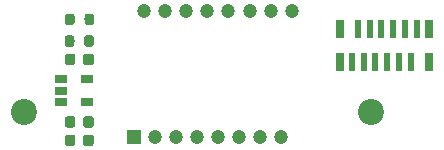
<source format=gts>
%TF.GenerationSoftware,KiCad,Pcbnew,(5.1.4)-1*%
%TF.CreationDate,2025-05-10T17:32:09-04:00*%
%TF.ProjectId,PMW3360,504d5733-3336-4302-9e6b-696361645f70,rev?*%
%TF.SameCoordinates,Original*%
%TF.FileFunction,Soldermask,Top*%
%TF.FilePolarity,Negative*%
%FSLAX46Y46*%
G04 Gerber Fmt 4.6, Leading zero omitted, Abs format (unit mm)*
G04 Created by KiCad (PCBNEW (5.1.4)-1) date 2025-05-10 17:32:09*
%MOMM*%
%LPD*%
G04 APERTURE LIST*
%ADD10C,2.200000*%
%ADD11R,0.800000X1.500000*%
%ADD12R,0.600000X1.500000*%
%ADD13C,1.200000*%
%ADD14R,1.200000X1.200000*%
%ADD15R,1.060000X0.650000*%
%ADD16C,0.100000*%
%ADD17C,0.800000*%
%ADD18C,0.900000*%
G04 APERTURE END LIST*
D10*
X144060000Y-108050000D03*
X173490000Y-108100000D03*
D11*
X170850000Y-103800000D03*
X170850000Y-101000000D03*
X178350000Y-103800000D03*
X178350000Y-101000000D03*
D12*
X171850000Y-103800000D03*
X172350000Y-101000000D03*
X172850000Y-103800000D03*
X173350000Y-101000000D03*
X173850000Y-103800000D03*
X174350000Y-101000000D03*
X174850000Y-103800000D03*
X175350000Y-101000000D03*
X175850000Y-103800000D03*
X176350000Y-101000000D03*
X176850000Y-103800000D03*
X177350000Y-101000000D03*
D13*
X166750000Y-99500000D03*
X164970000Y-99500000D03*
X163190000Y-99500000D03*
X161410000Y-99500000D03*
X159630000Y-99500000D03*
X157850000Y-99500000D03*
X156070000Y-99500000D03*
X154290000Y-99500000D03*
X165860000Y-110200000D03*
X164080000Y-110200000D03*
X162300000Y-110200000D03*
X160520000Y-110200000D03*
X158740000Y-110200000D03*
X156960000Y-110200000D03*
X155180000Y-110200000D03*
D14*
X153400000Y-110200000D03*
D15*
X149455000Y-105300000D03*
X149455000Y-107200000D03*
X147255000Y-107200000D03*
X147255000Y-106250000D03*
X147255000Y-105300000D03*
D16*
G36*
X149844603Y-99725963D02*
G01*
X149864018Y-99728843D01*
X149883057Y-99733612D01*
X149901537Y-99740224D01*
X149919279Y-99748616D01*
X149936114Y-99758706D01*
X149951879Y-99770398D01*
X149966421Y-99783579D01*
X149979602Y-99798121D01*
X149991294Y-99813886D01*
X150001384Y-99830721D01*
X150009776Y-99848463D01*
X150016388Y-99866943D01*
X150021157Y-99885982D01*
X150024037Y-99905397D01*
X150025000Y-99925000D01*
X150025000Y-100475000D01*
X150024037Y-100494603D01*
X150021157Y-100514018D01*
X150016388Y-100533057D01*
X150009776Y-100551537D01*
X150001384Y-100569279D01*
X149991294Y-100586114D01*
X149979602Y-100601879D01*
X149966421Y-100616421D01*
X149951879Y-100629602D01*
X149936114Y-100641294D01*
X149919279Y-100651384D01*
X149901537Y-100659776D01*
X149883057Y-100666388D01*
X149864018Y-100671157D01*
X149844603Y-100674037D01*
X149825000Y-100675000D01*
X149425000Y-100675000D01*
X149405397Y-100674037D01*
X149385982Y-100671157D01*
X149366943Y-100666388D01*
X149348463Y-100659776D01*
X149330721Y-100651384D01*
X149313886Y-100641294D01*
X149298121Y-100629602D01*
X149283579Y-100616421D01*
X149270398Y-100601879D01*
X149258706Y-100586114D01*
X149248616Y-100569279D01*
X149240224Y-100551537D01*
X149233612Y-100533057D01*
X149228843Y-100514018D01*
X149225963Y-100494603D01*
X149225000Y-100475000D01*
X149225000Y-99925000D01*
X149225963Y-99905397D01*
X149228843Y-99885982D01*
X149233612Y-99866943D01*
X149240224Y-99848463D01*
X149248616Y-99830721D01*
X149258706Y-99813886D01*
X149270398Y-99798121D01*
X149283579Y-99783579D01*
X149298121Y-99770398D01*
X149313886Y-99758706D01*
X149330721Y-99748616D01*
X149348463Y-99740224D01*
X149366943Y-99733612D01*
X149385982Y-99728843D01*
X149405397Y-99725963D01*
X149425000Y-99725000D01*
X149825000Y-99725000D01*
X149844603Y-99725963D01*
X149844603Y-99725963D01*
G37*
D17*
X149625000Y-100200000D03*
D16*
G36*
X148194603Y-99725963D02*
G01*
X148214018Y-99728843D01*
X148233057Y-99733612D01*
X148251537Y-99740224D01*
X148269279Y-99748616D01*
X148286114Y-99758706D01*
X148301879Y-99770398D01*
X148316421Y-99783579D01*
X148329602Y-99798121D01*
X148341294Y-99813886D01*
X148351384Y-99830721D01*
X148359776Y-99848463D01*
X148366388Y-99866943D01*
X148371157Y-99885982D01*
X148374037Y-99905397D01*
X148375000Y-99925000D01*
X148375000Y-100475000D01*
X148374037Y-100494603D01*
X148371157Y-100514018D01*
X148366388Y-100533057D01*
X148359776Y-100551537D01*
X148351384Y-100569279D01*
X148341294Y-100586114D01*
X148329602Y-100601879D01*
X148316421Y-100616421D01*
X148301879Y-100629602D01*
X148286114Y-100641294D01*
X148269279Y-100651384D01*
X148251537Y-100659776D01*
X148233057Y-100666388D01*
X148214018Y-100671157D01*
X148194603Y-100674037D01*
X148175000Y-100675000D01*
X147775000Y-100675000D01*
X147755397Y-100674037D01*
X147735982Y-100671157D01*
X147716943Y-100666388D01*
X147698463Y-100659776D01*
X147680721Y-100651384D01*
X147663886Y-100641294D01*
X147648121Y-100629602D01*
X147633579Y-100616421D01*
X147620398Y-100601879D01*
X147608706Y-100586114D01*
X147598616Y-100569279D01*
X147590224Y-100551537D01*
X147583612Y-100533057D01*
X147578843Y-100514018D01*
X147575963Y-100494603D01*
X147575000Y-100475000D01*
X147575000Y-99925000D01*
X147575963Y-99905397D01*
X147578843Y-99885982D01*
X147583612Y-99866943D01*
X147590224Y-99848463D01*
X147598616Y-99830721D01*
X147608706Y-99813886D01*
X147620398Y-99798121D01*
X147633579Y-99783579D01*
X147648121Y-99770398D01*
X147663886Y-99758706D01*
X147680721Y-99748616D01*
X147698463Y-99740224D01*
X147716943Y-99733612D01*
X147735982Y-99728843D01*
X147755397Y-99725963D01*
X147775000Y-99725000D01*
X148175000Y-99725000D01*
X148194603Y-99725963D01*
X148194603Y-99725963D01*
G37*
D17*
X147975000Y-100200000D03*
D16*
G36*
X149819603Y-101575963D02*
G01*
X149839018Y-101578843D01*
X149858057Y-101583612D01*
X149876537Y-101590224D01*
X149894279Y-101598616D01*
X149911114Y-101608706D01*
X149926879Y-101620398D01*
X149941421Y-101633579D01*
X149954602Y-101648121D01*
X149966294Y-101663886D01*
X149976384Y-101680721D01*
X149984776Y-101698463D01*
X149991388Y-101716943D01*
X149996157Y-101735982D01*
X149999037Y-101755397D01*
X150000000Y-101775000D01*
X150000000Y-102325000D01*
X149999037Y-102344603D01*
X149996157Y-102364018D01*
X149991388Y-102383057D01*
X149984776Y-102401537D01*
X149976384Y-102419279D01*
X149966294Y-102436114D01*
X149954602Y-102451879D01*
X149941421Y-102466421D01*
X149926879Y-102479602D01*
X149911114Y-102491294D01*
X149894279Y-102501384D01*
X149876537Y-102509776D01*
X149858057Y-102516388D01*
X149839018Y-102521157D01*
X149819603Y-102524037D01*
X149800000Y-102525000D01*
X149400000Y-102525000D01*
X149380397Y-102524037D01*
X149360982Y-102521157D01*
X149341943Y-102516388D01*
X149323463Y-102509776D01*
X149305721Y-102501384D01*
X149288886Y-102491294D01*
X149273121Y-102479602D01*
X149258579Y-102466421D01*
X149245398Y-102451879D01*
X149233706Y-102436114D01*
X149223616Y-102419279D01*
X149215224Y-102401537D01*
X149208612Y-102383057D01*
X149203843Y-102364018D01*
X149200963Y-102344603D01*
X149200000Y-102325000D01*
X149200000Y-101775000D01*
X149200963Y-101755397D01*
X149203843Y-101735982D01*
X149208612Y-101716943D01*
X149215224Y-101698463D01*
X149223616Y-101680721D01*
X149233706Y-101663886D01*
X149245398Y-101648121D01*
X149258579Y-101633579D01*
X149273121Y-101620398D01*
X149288886Y-101608706D01*
X149305721Y-101598616D01*
X149323463Y-101590224D01*
X149341943Y-101583612D01*
X149360982Y-101578843D01*
X149380397Y-101575963D01*
X149400000Y-101575000D01*
X149800000Y-101575000D01*
X149819603Y-101575963D01*
X149819603Y-101575963D01*
G37*
D17*
X149600000Y-102050000D03*
D16*
G36*
X148169603Y-101575963D02*
G01*
X148189018Y-101578843D01*
X148208057Y-101583612D01*
X148226537Y-101590224D01*
X148244279Y-101598616D01*
X148261114Y-101608706D01*
X148276879Y-101620398D01*
X148291421Y-101633579D01*
X148304602Y-101648121D01*
X148316294Y-101663886D01*
X148326384Y-101680721D01*
X148334776Y-101698463D01*
X148341388Y-101716943D01*
X148346157Y-101735982D01*
X148349037Y-101755397D01*
X148350000Y-101775000D01*
X148350000Y-102325000D01*
X148349037Y-102344603D01*
X148346157Y-102364018D01*
X148341388Y-102383057D01*
X148334776Y-102401537D01*
X148326384Y-102419279D01*
X148316294Y-102436114D01*
X148304602Y-102451879D01*
X148291421Y-102466421D01*
X148276879Y-102479602D01*
X148261114Y-102491294D01*
X148244279Y-102501384D01*
X148226537Y-102509776D01*
X148208057Y-102516388D01*
X148189018Y-102521157D01*
X148169603Y-102524037D01*
X148150000Y-102525000D01*
X147750000Y-102525000D01*
X147730397Y-102524037D01*
X147710982Y-102521157D01*
X147691943Y-102516388D01*
X147673463Y-102509776D01*
X147655721Y-102501384D01*
X147638886Y-102491294D01*
X147623121Y-102479602D01*
X147608579Y-102466421D01*
X147595398Y-102451879D01*
X147583706Y-102436114D01*
X147573616Y-102419279D01*
X147565224Y-102401537D01*
X147558612Y-102383057D01*
X147553843Y-102364018D01*
X147550963Y-102344603D01*
X147550000Y-102325000D01*
X147550000Y-101775000D01*
X147550963Y-101755397D01*
X147553843Y-101735982D01*
X147558612Y-101716943D01*
X147565224Y-101698463D01*
X147573616Y-101680721D01*
X147583706Y-101663886D01*
X147595398Y-101648121D01*
X147608579Y-101633579D01*
X147623121Y-101620398D01*
X147638886Y-101608706D01*
X147655721Y-101598616D01*
X147673463Y-101590224D01*
X147691943Y-101583612D01*
X147710982Y-101578843D01*
X147730397Y-101575963D01*
X147750000Y-101575000D01*
X148150000Y-101575000D01*
X148169603Y-101575963D01*
X148169603Y-101575963D01*
G37*
D17*
X147950000Y-102050000D03*
D16*
G36*
X148247054Y-109976083D02*
G01*
X148268895Y-109979323D01*
X148290314Y-109984688D01*
X148311104Y-109992127D01*
X148331064Y-110001568D01*
X148350003Y-110012919D01*
X148367738Y-110026073D01*
X148384099Y-110040901D01*
X148398927Y-110057262D01*
X148412081Y-110074997D01*
X148423432Y-110093936D01*
X148432873Y-110113896D01*
X148440312Y-110134686D01*
X148445677Y-110156105D01*
X148448917Y-110177946D01*
X148450000Y-110200000D01*
X148450000Y-110700000D01*
X148448917Y-110722054D01*
X148445677Y-110743895D01*
X148440312Y-110765314D01*
X148432873Y-110786104D01*
X148423432Y-110806064D01*
X148412081Y-110825003D01*
X148398927Y-110842738D01*
X148384099Y-110859099D01*
X148367738Y-110873927D01*
X148350003Y-110887081D01*
X148331064Y-110898432D01*
X148311104Y-110907873D01*
X148290314Y-110915312D01*
X148268895Y-110920677D01*
X148247054Y-110923917D01*
X148225000Y-110925000D01*
X147775000Y-110925000D01*
X147752946Y-110923917D01*
X147731105Y-110920677D01*
X147709686Y-110915312D01*
X147688896Y-110907873D01*
X147668936Y-110898432D01*
X147649997Y-110887081D01*
X147632262Y-110873927D01*
X147615901Y-110859099D01*
X147601073Y-110842738D01*
X147587919Y-110825003D01*
X147576568Y-110806064D01*
X147567127Y-110786104D01*
X147559688Y-110765314D01*
X147554323Y-110743895D01*
X147551083Y-110722054D01*
X147550000Y-110700000D01*
X147550000Y-110200000D01*
X147551083Y-110177946D01*
X147554323Y-110156105D01*
X147559688Y-110134686D01*
X147567127Y-110113896D01*
X147576568Y-110093936D01*
X147587919Y-110074997D01*
X147601073Y-110057262D01*
X147615901Y-110040901D01*
X147632262Y-110026073D01*
X147649997Y-110012919D01*
X147668936Y-110001568D01*
X147688896Y-109992127D01*
X147709686Y-109984688D01*
X147731105Y-109979323D01*
X147752946Y-109976083D01*
X147775000Y-109975000D01*
X148225000Y-109975000D01*
X148247054Y-109976083D01*
X148247054Y-109976083D01*
G37*
D18*
X148000000Y-110450000D03*
D16*
G36*
X149797054Y-109976083D02*
G01*
X149818895Y-109979323D01*
X149840314Y-109984688D01*
X149861104Y-109992127D01*
X149881064Y-110001568D01*
X149900003Y-110012919D01*
X149917738Y-110026073D01*
X149934099Y-110040901D01*
X149948927Y-110057262D01*
X149962081Y-110074997D01*
X149973432Y-110093936D01*
X149982873Y-110113896D01*
X149990312Y-110134686D01*
X149995677Y-110156105D01*
X149998917Y-110177946D01*
X150000000Y-110200000D01*
X150000000Y-110700000D01*
X149998917Y-110722054D01*
X149995677Y-110743895D01*
X149990312Y-110765314D01*
X149982873Y-110786104D01*
X149973432Y-110806064D01*
X149962081Y-110825003D01*
X149948927Y-110842738D01*
X149934099Y-110859099D01*
X149917738Y-110873927D01*
X149900003Y-110887081D01*
X149881064Y-110898432D01*
X149861104Y-110907873D01*
X149840314Y-110915312D01*
X149818895Y-110920677D01*
X149797054Y-110923917D01*
X149775000Y-110925000D01*
X149325000Y-110925000D01*
X149302946Y-110923917D01*
X149281105Y-110920677D01*
X149259686Y-110915312D01*
X149238896Y-110907873D01*
X149218936Y-110898432D01*
X149199997Y-110887081D01*
X149182262Y-110873927D01*
X149165901Y-110859099D01*
X149151073Y-110842738D01*
X149137919Y-110825003D01*
X149126568Y-110806064D01*
X149117127Y-110786104D01*
X149109688Y-110765314D01*
X149104323Y-110743895D01*
X149101083Y-110722054D01*
X149100000Y-110700000D01*
X149100000Y-110200000D01*
X149101083Y-110177946D01*
X149104323Y-110156105D01*
X149109688Y-110134686D01*
X149117127Y-110113896D01*
X149126568Y-110093936D01*
X149137919Y-110074997D01*
X149151073Y-110057262D01*
X149165901Y-110040901D01*
X149182262Y-110026073D01*
X149199997Y-110012919D01*
X149218936Y-110001568D01*
X149238896Y-109992127D01*
X149259686Y-109984688D01*
X149281105Y-109979323D01*
X149302946Y-109976083D01*
X149325000Y-109975000D01*
X149775000Y-109975000D01*
X149797054Y-109976083D01*
X149797054Y-109976083D01*
G37*
D18*
X149550000Y-110450000D03*
D16*
G36*
X148247054Y-103126083D02*
G01*
X148268895Y-103129323D01*
X148290314Y-103134688D01*
X148311104Y-103142127D01*
X148331064Y-103151568D01*
X148350003Y-103162919D01*
X148367738Y-103176073D01*
X148384099Y-103190901D01*
X148398927Y-103207262D01*
X148412081Y-103224997D01*
X148423432Y-103243936D01*
X148432873Y-103263896D01*
X148440312Y-103284686D01*
X148445677Y-103306105D01*
X148448917Y-103327946D01*
X148450000Y-103350000D01*
X148450000Y-103850000D01*
X148448917Y-103872054D01*
X148445677Y-103893895D01*
X148440312Y-103915314D01*
X148432873Y-103936104D01*
X148423432Y-103956064D01*
X148412081Y-103975003D01*
X148398927Y-103992738D01*
X148384099Y-104009099D01*
X148367738Y-104023927D01*
X148350003Y-104037081D01*
X148331064Y-104048432D01*
X148311104Y-104057873D01*
X148290314Y-104065312D01*
X148268895Y-104070677D01*
X148247054Y-104073917D01*
X148225000Y-104075000D01*
X147775000Y-104075000D01*
X147752946Y-104073917D01*
X147731105Y-104070677D01*
X147709686Y-104065312D01*
X147688896Y-104057873D01*
X147668936Y-104048432D01*
X147649997Y-104037081D01*
X147632262Y-104023927D01*
X147615901Y-104009099D01*
X147601073Y-103992738D01*
X147587919Y-103975003D01*
X147576568Y-103956064D01*
X147567127Y-103936104D01*
X147559688Y-103915314D01*
X147554323Y-103893895D01*
X147551083Y-103872054D01*
X147550000Y-103850000D01*
X147550000Y-103350000D01*
X147551083Y-103327946D01*
X147554323Y-103306105D01*
X147559688Y-103284686D01*
X147567127Y-103263896D01*
X147576568Y-103243936D01*
X147587919Y-103224997D01*
X147601073Y-103207262D01*
X147615901Y-103190901D01*
X147632262Y-103176073D01*
X147649997Y-103162919D01*
X147668936Y-103151568D01*
X147688896Y-103142127D01*
X147709686Y-103134688D01*
X147731105Y-103129323D01*
X147752946Y-103126083D01*
X147775000Y-103125000D01*
X148225000Y-103125000D01*
X148247054Y-103126083D01*
X148247054Y-103126083D01*
G37*
D18*
X148000000Y-103600000D03*
D16*
G36*
X149797054Y-103126083D02*
G01*
X149818895Y-103129323D01*
X149840314Y-103134688D01*
X149861104Y-103142127D01*
X149881064Y-103151568D01*
X149900003Y-103162919D01*
X149917738Y-103176073D01*
X149934099Y-103190901D01*
X149948927Y-103207262D01*
X149962081Y-103224997D01*
X149973432Y-103243936D01*
X149982873Y-103263896D01*
X149990312Y-103284686D01*
X149995677Y-103306105D01*
X149998917Y-103327946D01*
X150000000Y-103350000D01*
X150000000Y-103850000D01*
X149998917Y-103872054D01*
X149995677Y-103893895D01*
X149990312Y-103915314D01*
X149982873Y-103936104D01*
X149973432Y-103956064D01*
X149962081Y-103975003D01*
X149948927Y-103992738D01*
X149934099Y-104009099D01*
X149917738Y-104023927D01*
X149900003Y-104037081D01*
X149881064Y-104048432D01*
X149861104Y-104057873D01*
X149840314Y-104065312D01*
X149818895Y-104070677D01*
X149797054Y-104073917D01*
X149775000Y-104075000D01*
X149325000Y-104075000D01*
X149302946Y-104073917D01*
X149281105Y-104070677D01*
X149259686Y-104065312D01*
X149238896Y-104057873D01*
X149218936Y-104048432D01*
X149199997Y-104037081D01*
X149182262Y-104023927D01*
X149165901Y-104009099D01*
X149151073Y-103992738D01*
X149137919Y-103975003D01*
X149126568Y-103956064D01*
X149117127Y-103936104D01*
X149109688Y-103915314D01*
X149104323Y-103893895D01*
X149101083Y-103872054D01*
X149100000Y-103850000D01*
X149100000Y-103350000D01*
X149101083Y-103327946D01*
X149104323Y-103306105D01*
X149109688Y-103284686D01*
X149117127Y-103263896D01*
X149126568Y-103243936D01*
X149137919Y-103224997D01*
X149151073Y-103207262D01*
X149165901Y-103190901D01*
X149182262Y-103176073D01*
X149199997Y-103162919D01*
X149218936Y-103151568D01*
X149238896Y-103142127D01*
X149259686Y-103134688D01*
X149281105Y-103129323D01*
X149302946Y-103126083D01*
X149325000Y-103125000D01*
X149775000Y-103125000D01*
X149797054Y-103126083D01*
X149797054Y-103126083D01*
G37*
D18*
X149550000Y-103600000D03*
D16*
G36*
X148247054Y-108426083D02*
G01*
X148268895Y-108429323D01*
X148290314Y-108434688D01*
X148311104Y-108442127D01*
X148331064Y-108451568D01*
X148350003Y-108462919D01*
X148367738Y-108476073D01*
X148384099Y-108490901D01*
X148398927Y-108507262D01*
X148412081Y-108524997D01*
X148423432Y-108543936D01*
X148432873Y-108563896D01*
X148440312Y-108584686D01*
X148445677Y-108606105D01*
X148448917Y-108627946D01*
X148450000Y-108650000D01*
X148450000Y-109150000D01*
X148448917Y-109172054D01*
X148445677Y-109193895D01*
X148440312Y-109215314D01*
X148432873Y-109236104D01*
X148423432Y-109256064D01*
X148412081Y-109275003D01*
X148398927Y-109292738D01*
X148384099Y-109309099D01*
X148367738Y-109323927D01*
X148350003Y-109337081D01*
X148331064Y-109348432D01*
X148311104Y-109357873D01*
X148290314Y-109365312D01*
X148268895Y-109370677D01*
X148247054Y-109373917D01*
X148225000Y-109375000D01*
X147775000Y-109375000D01*
X147752946Y-109373917D01*
X147731105Y-109370677D01*
X147709686Y-109365312D01*
X147688896Y-109357873D01*
X147668936Y-109348432D01*
X147649997Y-109337081D01*
X147632262Y-109323927D01*
X147615901Y-109309099D01*
X147601073Y-109292738D01*
X147587919Y-109275003D01*
X147576568Y-109256064D01*
X147567127Y-109236104D01*
X147559688Y-109215314D01*
X147554323Y-109193895D01*
X147551083Y-109172054D01*
X147550000Y-109150000D01*
X147550000Y-108650000D01*
X147551083Y-108627946D01*
X147554323Y-108606105D01*
X147559688Y-108584686D01*
X147567127Y-108563896D01*
X147576568Y-108543936D01*
X147587919Y-108524997D01*
X147601073Y-108507262D01*
X147615901Y-108490901D01*
X147632262Y-108476073D01*
X147649997Y-108462919D01*
X147668936Y-108451568D01*
X147688896Y-108442127D01*
X147709686Y-108434688D01*
X147731105Y-108429323D01*
X147752946Y-108426083D01*
X147775000Y-108425000D01*
X148225000Y-108425000D01*
X148247054Y-108426083D01*
X148247054Y-108426083D01*
G37*
D18*
X148000000Y-108900000D03*
D16*
G36*
X149797054Y-108426083D02*
G01*
X149818895Y-108429323D01*
X149840314Y-108434688D01*
X149861104Y-108442127D01*
X149881064Y-108451568D01*
X149900003Y-108462919D01*
X149917738Y-108476073D01*
X149934099Y-108490901D01*
X149948927Y-108507262D01*
X149962081Y-108524997D01*
X149973432Y-108543936D01*
X149982873Y-108563896D01*
X149990312Y-108584686D01*
X149995677Y-108606105D01*
X149998917Y-108627946D01*
X150000000Y-108650000D01*
X150000000Y-109150000D01*
X149998917Y-109172054D01*
X149995677Y-109193895D01*
X149990312Y-109215314D01*
X149982873Y-109236104D01*
X149973432Y-109256064D01*
X149962081Y-109275003D01*
X149948927Y-109292738D01*
X149934099Y-109309099D01*
X149917738Y-109323927D01*
X149900003Y-109337081D01*
X149881064Y-109348432D01*
X149861104Y-109357873D01*
X149840314Y-109365312D01*
X149818895Y-109370677D01*
X149797054Y-109373917D01*
X149775000Y-109375000D01*
X149325000Y-109375000D01*
X149302946Y-109373917D01*
X149281105Y-109370677D01*
X149259686Y-109365312D01*
X149238896Y-109357873D01*
X149218936Y-109348432D01*
X149199997Y-109337081D01*
X149182262Y-109323927D01*
X149165901Y-109309099D01*
X149151073Y-109292738D01*
X149137919Y-109275003D01*
X149126568Y-109256064D01*
X149117127Y-109236104D01*
X149109688Y-109215314D01*
X149104323Y-109193895D01*
X149101083Y-109172054D01*
X149100000Y-109150000D01*
X149100000Y-108650000D01*
X149101083Y-108627946D01*
X149104323Y-108606105D01*
X149109688Y-108584686D01*
X149117127Y-108563896D01*
X149126568Y-108543936D01*
X149137919Y-108524997D01*
X149151073Y-108507262D01*
X149165901Y-108490901D01*
X149182262Y-108476073D01*
X149199997Y-108462919D01*
X149218936Y-108451568D01*
X149238896Y-108442127D01*
X149259686Y-108434688D01*
X149281105Y-108429323D01*
X149302946Y-108426083D01*
X149325000Y-108425000D01*
X149775000Y-108425000D01*
X149797054Y-108426083D01*
X149797054Y-108426083D01*
G37*
D18*
X149550000Y-108900000D03*
M02*

</source>
